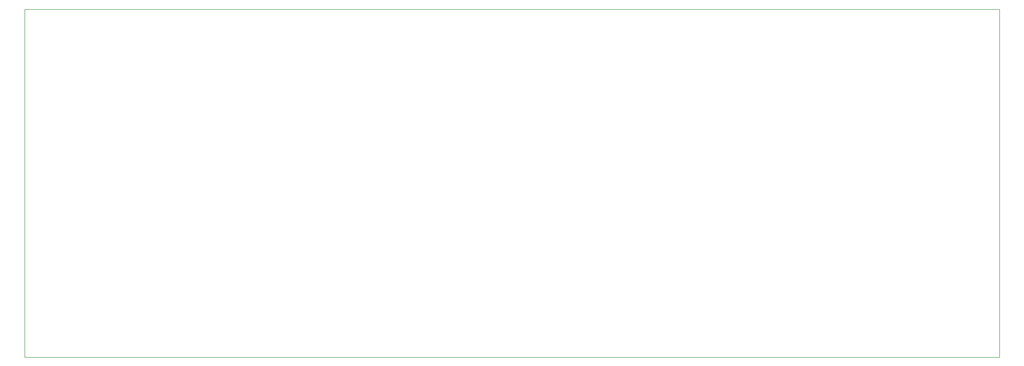
<source format=gbr>
%TF.GenerationSoftware,KiCad,Pcbnew,7.0.9*%
%TF.CreationDate,2024-01-30T16:44:38+01:00*%
%TF.ProjectId,tm-gamepad,746d2d67-616d-4657-9061-642e6b696361,rev?*%
%TF.SameCoordinates,Original*%
%TF.FileFunction,Profile,NP*%
%FSLAX46Y46*%
G04 Gerber Fmt 4.6, Leading zero omitted, Abs format (unit mm)*
G04 Created by KiCad (PCBNEW 7.0.9) date 2024-01-30 16:44:38*
%MOMM*%
%LPD*%
G01*
G04 APERTURE LIST*
%TA.AperFunction,Profile*%
%ADD10C,0.100000*%
%TD*%
G04 APERTURE END LIST*
D10*
X43300000Y-32745000D02*
X221100000Y-32745000D01*
X221100000Y-96245000D01*
X43300000Y-96245000D01*
X43300000Y-32745000D01*
M02*

</source>
